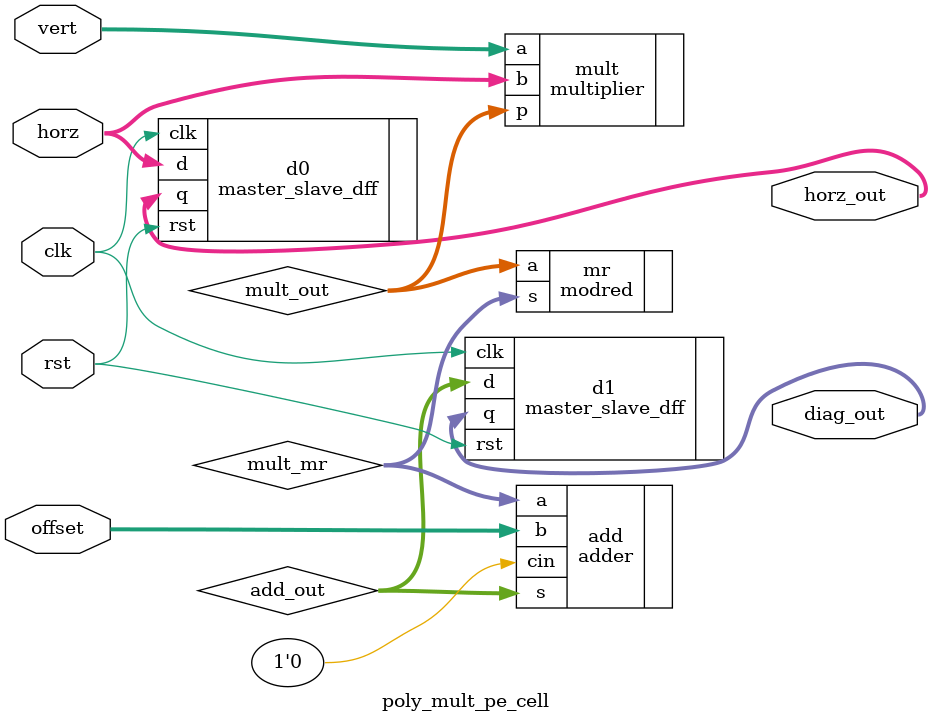
<source format=v>
`timescale 1ns / 1ps


module poly_mult_pe_cell #(parameter N = 4) (
    input [N-1:0] horz,
    input [N-1:0] vert,
    input [N-1:0] offset,
    input clk,
    input rst,
    output [N-1:0] horz_out,
    output [N-1:0] diag_out
    );
    
    wire [2*N-1:0] mult_out;
    wire [N-1:0] mult_mr, add_out;
    
    master_slave_dff #(.N(N)) d0(.d(horz), .clk(clk), .rst(rst), .q(horz_out));
    master_slave_dff #(.N(N)) d1(.d(add_out), .clk(clk), .rst(rst), .q(diag_out));    
    multiplier #(.N(N)) mult(.a(vert), .b(horz), .p(mult_out));
    modred #(.LOGQ(N)) mr(.a(mult_out), .s(mult_mr));
    adder #(.N(N)) add(.a(mult_mr), .b(offset), .cin(1'B0), .s(add_out));
endmodule

</source>
